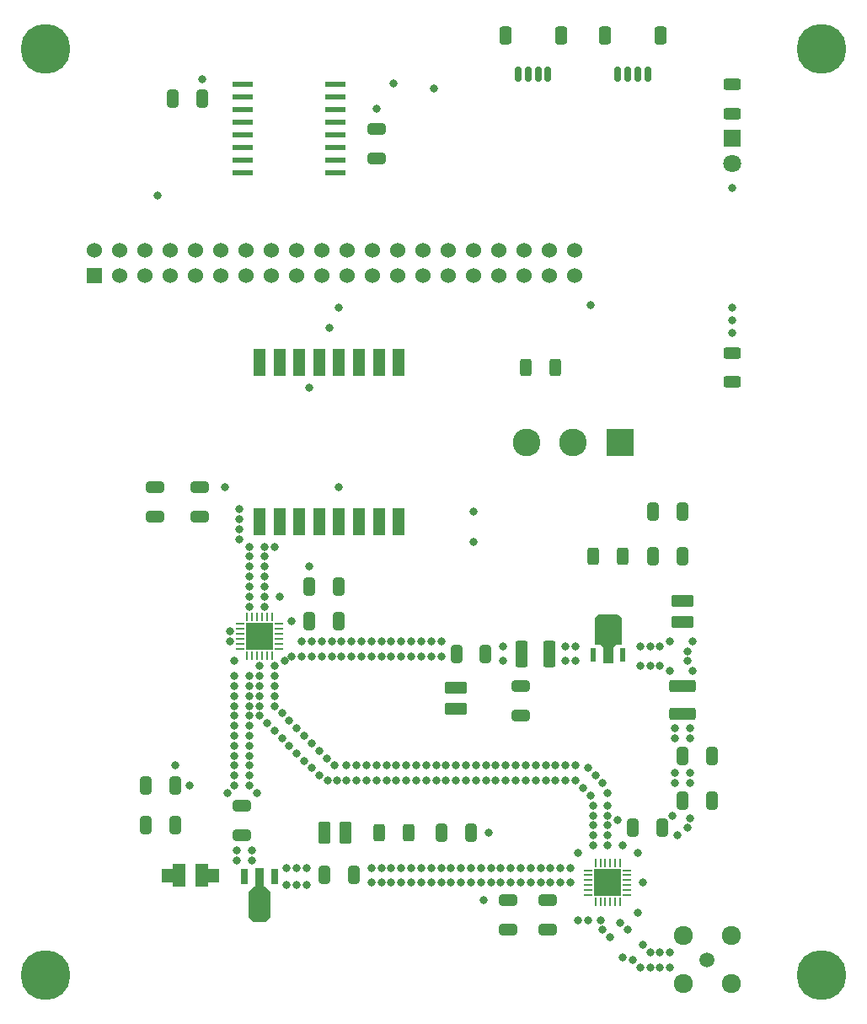
<source format=gts>
%TF.GenerationSoftware,KiCad,Pcbnew,(6.0.7)*%
%TF.CreationDate,2022-12-07T20:31:12-06:00*%
%TF.ProjectId,Narwal_v1,4e617277-616c-45f7-9631-2e6b69636164,1*%
%TF.SameCoordinates,Original*%
%TF.FileFunction,Soldermask,Top*%
%TF.FilePolarity,Negative*%
%FSLAX46Y46*%
G04 Gerber Fmt 4.6, Leading zero omitted, Abs format (unit mm)*
G04 Created by KiCad (PCBNEW (6.0.7)) date 2022-12-07 20:31:12*
%MOMM*%
%LPD*%
G01*
G04 APERTURE LIST*
G04 Aperture macros list*
%AMRoundRect*
0 Rectangle with rounded corners*
0 $1 Rounding radius*
0 $2 $3 $4 $5 $6 $7 $8 $9 X,Y pos of 4 corners*
0 Add a 4 corners polygon primitive as box body*
4,1,4,$2,$3,$4,$5,$6,$7,$8,$9,$2,$3,0*
0 Add four circle primitives for the rounded corners*
1,1,$1+$1,$2,$3*
1,1,$1+$1,$4,$5*
1,1,$1+$1,$6,$7*
1,1,$1+$1,$8,$9*
0 Add four rect primitives between the rounded corners*
20,1,$1+$1,$2,$3,$4,$5,0*
20,1,$1+$1,$4,$5,$6,$7,0*
20,1,$1+$1,$6,$7,$8,$9,0*
20,1,$1+$1,$8,$9,$2,$3,0*%
%AMFreePoly0*
4,1,11,0.965200,2.159000,0.965200,-0.254000,0.457200,-0.762000,0.457200,-2.667000,-0.457200,-2.667000,-0.457200,-0.762000,-0.965200,-0.254000,-0.965200,2.159000,-0.457200,2.667000,0.457200,2.667000,0.965200,2.159000,0.965200,2.159000,$1*%
G04 Aperture macros list end*
%ADD10C,0.010000*%
%ADD11C,1.800000*%
%ADD12R,1.800000X1.800000*%
%ADD13C,2.775000*%
%ADD14R,2.775000X2.775000*%
%ADD15RoundRect,0.250000X-0.625000X0.312500X-0.625000X-0.312500X0.625000X-0.312500X0.625000X0.312500X0*%
%ADD16RoundRect,0.250000X0.312500X0.625000X-0.312500X0.625000X-0.312500X-0.625000X0.312500X-0.625000X0*%
%ADD17C,5.000000*%
%ADD18RoundRect,0.250000X-0.850000X0.375000X-0.850000X-0.375000X0.850000X-0.375000X0.850000X0.375000X0*%
%ADD19RoundRect,0.250000X0.650000X-0.325000X0.650000X0.325000X-0.650000X0.325000X-0.650000X-0.325000X0*%
%ADD20RoundRect,0.250000X-0.375000X-1.075000X0.375000X-1.075000X0.375000X1.075000X-0.375000X1.075000X0*%
%ADD21R,2.700000X2.700000*%
%ADD22R,0.250000X0.850000*%
%ADD23R,0.850000X0.250000*%
%ADD24RoundRect,0.250000X-0.325000X-0.650000X0.325000X-0.650000X0.325000X0.650000X-0.325000X0.650000X0*%
%ADD25RoundRect,0.250000X0.350000X0.650000X-0.350000X0.650000X-0.350000X-0.650000X0.350000X-0.650000X0*%
%ADD26RoundRect,0.150000X0.150000X0.625000X-0.150000X0.625000X-0.150000X-0.625000X0.150000X-0.625000X0*%
%ADD27C,1.524000*%
%ADD28R,1.524000X1.524000*%
%ADD29RoundRect,0.250000X-0.650000X0.325000X-0.650000X-0.325000X0.650000X-0.325000X0.650000X0.325000X0*%
%ADD30R,0.610000X1.350000*%
%ADD31RoundRect,0.041300X-0.983700X-0.253700X0.983700X-0.253700X0.983700X0.253700X-0.983700X0.253700X0*%
%ADD32RoundRect,0.250000X0.325000X0.650000X-0.325000X0.650000X-0.325000X-0.650000X0.325000X-0.650000X0*%
%ADD33C,1.920000*%
%ADD34C,1.508000*%
%ADD35RoundRect,0.250000X-0.312500X-0.625000X0.312500X-0.625000X0.312500X0.625000X-0.312500X0.625000X0*%
%ADD36R,1.200000X2.800000*%
%ADD37RoundRect,0.250000X-1.075000X0.375000X-1.075000X-0.375000X1.075000X-0.375000X1.075000X0.375000X0*%
%ADD38RoundRect,0.250000X0.625000X-0.312500X0.625000X0.312500X-0.625000X0.312500X-0.625000X-0.312500X0*%
%ADD39RoundRect,0.250000X-0.375000X-0.850000X0.375000X-0.850000X0.375000X0.850000X-0.375000X0.850000X0*%
%ADD40R,0.711200X1.498600*%
%ADD41FreePoly0,180.000000*%
%ADD42C,0.800000*%
G04 APERTURE END LIST*
G36*
X119750000Y-135900000D02*
G01*
X120850000Y-135900000D01*
X120850000Y-137100000D01*
X119750000Y-137100000D01*
X119750000Y-137600000D01*
X118550000Y-137600000D01*
X118550000Y-135400000D01*
X119750000Y-135400000D01*
X119750000Y-135900000D01*
G37*
D10*
X119750000Y-135900000D02*
X120850000Y-135900000D01*
X120850000Y-137100000D01*
X119750000Y-137100000D01*
X119750000Y-137600000D01*
X118550000Y-137600000D01*
X118550000Y-135400000D01*
X119750000Y-135400000D01*
X119750000Y-135900000D01*
G36*
X117450000Y-137600000D02*
G01*
X116250000Y-137600000D01*
X116250000Y-137100000D01*
X115150000Y-137100000D01*
X115150000Y-135900000D01*
X116250000Y-135900000D01*
X116250000Y-135400000D01*
X117450000Y-135400000D01*
X117450000Y-137600000D01*
G37*
X117450000Y-137600000D02*
X116250000Y-137600000D01*
X116250000Y-137100000D01*
X115150000Y-137100000D01*
X115150000Y-135900000D01*
X116250000Y-135900000D01*
X116250000Y-135400000D01*
X117450000Y-135400000D01*
X117450000Y-137600000D01*
G36*
X161292500Y-110633830D02*
G01*
X161292500Y-113294000D01*
X160824269Y-113294000D01*
X160492500Y-113627330D01*
X160492500Y-115169000D01*
X159512500Y-115169000D01*
X159512500Y-113627330D01*
X159180731Y-113294000D01*
X158712500Y-113294000D01*
X158712500Y-110633830D01*
X159075131Y-110274000D01*
X160929869Y-110274000D01*
X161292500Y-110633830D01*
G37*
X161292500Y-110633830D02*
X161292500Y-113294000D01*
X160824269Y-113294000D01*
X160492500Y-113627330D01*
X160492500Y-115169000D01*
X159512500Y-115169000D01*
X159512500Y-113627330D01*
X159180731Y-113294000D01*
X158712500Y-113294000D01*
X158712500Y-110633830D01*
X159075131Y-110274000D01*
X160929869Y-110274000D01*
X161292500Y-110633830D01*
G36*
X126092200Y-138195200D02*
G01*
X126092200Y-140735200D01*
X125584200Y-141243200D01*
X124441200Y-141243200D01*
X123933200Y-140735200D01*
X123933200Y-138195200D01*
X124441200Y-137687200D01*
X125584200Y-137687200D01*
X126092200Y-138195200D01*
G37*
D11*
X172500000Y-65040000D03*
D12*
X172500000Y-62500000D03*
D13*
X156500000Y-93000000D03*
D14*
X161200000Y-93000000D03*
D13*
X151800000Y-93000000D03*
D15*
X172500000Y-86962500D03*
X172500000Y-84037500D03*
D16*
X154712500Y-85500000D03*
X151787500Y-85500000D03*
D17*
X103500000Y-146500000D03*
X181500000Y-146500000D03*
X181500000Y-53500000D03*
X103500000Y-53500000D03*
D18*
X144750000Y-119825000D03*
X144750000Y-117675000D03*
D19*
X123250000Y-129525000D03*
X123250000Y-132475000D03*
D16*
X158537500Y-104500000D03*
X161462500Y-104500000D03*
D20*
X154150000Y-114250000D03*
X151350000Y-114250000D03*
D21*
X160000000Y-137250000D03*
D22*
X161250000Y-139200000D03*
X160750000Y-139200000D03*
X160250000Y-139200000D03*
X159750000Y-139200000D03*
X159250000Y-139200000D03*
X158750000Y-139200000D03*
D23*
X158050000Y-138500000D03*
X158050000Y-138000000D03*
X158050000Y-137500000D03*
X158050000Y-137000000D03*
X158050000Y-136500000D03*
X158050000Y-136000000D03*
D22*
X158750000Y-135300000D03*
X159250000Y-135300000D03*
X159750000Y-135300000D03*
X160250000Y-135300000D03*
X160750000Y-135300000D03*
X161250000Y-135300000D03*
D23*
X161950000Y-136000000D03*
X161950000Y-136500000D03*
X161950000Y-137000000D03*
X161950000Y-137500000D03*
X161950000Y-138000000D03*
X161950000Y-138500000D03*
D24*
X170450000Y-124500000D03*
X167500000Y-124500000D03*
D25*
X165300000Y-52125000D03*
X159700000Y-52125000D03*
D26*
X161000000Y-56000000D03*
X162000000Y-56000000D03*
X163000000Y-56000000D03*
X164000000Y-56000000D03*
D18*
X167500000Y-111075000D03*
X167500000Y-108925000D03*
D27*
X156630000Y-73730000D03*
X156630000Y-76270000D03*
X154090000Y-73730000D03*
X154090000Y-76270000D03*
X151550000Y-73730000D03*
X151550000Y-76270000D03*
X149010000Y-73730000D03*
X149010000Y-76270000D03*
X146470000Y-73730000D03*
X146470000Y-76270000D03*
X143930000Y-73730000D03*
X143930000Y-76270000D03*
X141390000Y-73730000D03*
X141390000Y-76270000D03*
X138850000Y-73730000D03*
X138850000Y-76270000D03*
X136310000Y-73730000D03*
X136310000Y-76270000D03*
X133770000Y-73730000D03*
X133770000Y-76270000D03*
X131230000Y-73730000D03*
X131230000Y-76270000D03*
X128690000Y-73730000D03*
X128690000Y-76270000D03*
X126150000Y-73730000D03*
X126150000Y-76270000D03*
X123610000Y-73730000D03*
X123610000Y-76270000D03*
X121070000Y-73730000D03*
X121070000Y-76270000D03*
X118530000Y-73730000D03*
X118530000Y-76270000D03*
X115990000Y-73730000D03*
X115990000Y-76270000D03*
X113450000Y-73730000D03*
X113450000Y-76270000D03*
X110910000Y-73730000D03*
X110910000Y-76270000D03*
X108370000Y-73730000D03*
D28*
X108370000Y-76270000D03*
D29*
X154000000Y-141950000D03*
X154000000Y-139000000D03*
D30*
X161497500Y-114394000D03*
X158507500Y-114394000D03*
D29*
X150000000Y-141950000D03*
X150000000Y-139000000D03*
D24*
X132975000Y-107500000D03*
X130025000Y-107500000D03*
D19*
X119000000Y-97525000D03*
X119000000Y-100475000D03*
D24*
X132975000Y-111000000D03*
X130025000Y-111000000D03*
X119225000Y-58500000D03*
X116275000Y-58500000D03*
D31*
X132655000Y-57055000D03*
X132655000Y-58325000D03*
X132655000Y-59595000D03*
X132655000Y-60865000D03*
X132655000Y-62135000D03*
X132655000Y-63405000D03*
X132655000Y-64675000D03*
X132655000Y-65945000D03*
X123345000Y-65945000D03*
X123345000Y-64675000D03*
X123345000Y-63405000D03*
X123345000Y-62135000D03*
X123345000Y-60865000D03*
X123345000Y-59595000D03*
X123345000Y-58325000D03*
X123345000Y-57055000D03*
D24*
X146225000Y-132250000D03*
X143275000Y-132250000D03*
X147725000Y-114250000D03*
X144775000Y-114250000D03*
D29*
X136775000Y-64475000D03*
X136775000Y-61525000D03*
D32*
X131500000Y-136500000D03*
X134450000Y-136500000D03*
X113550000Y-127500000D03*
X116500000Y-127500000D03*
X164550000Y-100000000D03*
X167500000Y-100000000D03*
D33*
X172400000Y-142600000D03*
X172400000Y-147400000D03*
X167600000Y-147400000D03*
X167600000Y-142600000D03*
D34*
X170000000Y-145000000D03*
D35*
X139962500Y-132250000D03*
X137037500Y-132250000D03*
D19*
X114500000Y-97525000D03*
X114500000Y-100475000D03*
D36*
X139000000Y-101000000D03*
X137000000Y-101000000D03*
X135000000Y-101000000D03*
X133000000Y-101000000D03*
X131000000Y-101000000D03*
X129000000Y-101000000D03*
X127000000Y-101000000D03*
X125000000Y-101000000D03*
X125000000Y-85000000D03*
X127000000Y-85000000D03*
X129000000Y-85000000D03*
X131000000Y-85000000D03*
X133000000Y-85000000D03*
X135000000Y-85000000D03*
X137000000Y-85000000D03*
X139000000Y-85000000D03*
D37*
X167500000Y-120300000D03*
X167500000Y-117500000D03*
D32*
X162525000Y-131750000D03*
X165475000Y-131750000D03*
D38*
X172500000Y-57075000D03*
X172500000Y-60000000D03*
D39*
X133650000Y-132250000D03*
X131500000Y-132250000D03*
D29*
X151250000Y-120475000D03*
X151250000Y-117525000D03*
D32*
X113550000Y-131500000D03*
X116500000Y-131500000D03*
X164550000Y-104500000D03*
X167500000Y-104500000D03*
D21*
X125000000Y-112500000D03*
D22*
X123750000Y-110550000D03*
X124250000Y-110550000D03*
X124750000Y-110550000D03*
X125250000Y-110550000D03*
X125750000Y-110550000D03*
X126250000Y-110550000D03*
D23*
X126950000Y-111250000D03*
X126950000Y-111750000D03*
X126950000Y-112250000D03*
X126950000Y-112750000D03*
X126950000Y-113250000D03*
X126950000Y-113750000D03*
D22*
X126250000Y-114450000D03*
X125750000Y-114450000D03*
X125250000Y-114450000D03*
X124750000Y-114450000D03*
X124250000Y-114450000D03*
X123750000Y-114450000D03*
D23*
X123050000Y-113750000D03*
X123050000Y-113250000D03*
X123050000Y-112750000D03*
X123050000Y-112250000D03*
X123050000Y-111750000D03*
X123050000Y-111250000D03*
D24*
X170450000Y-129000000D03*
X167500000Y-129000000D03*
D40*
X123501400Y-136595000D03*
D41*
X125000000Y-138500000D03*
D40*
X126498600Y-136595000D03*
D25*
X149700000Y-52125000D03*
X155300000Y-52125000D03*
D26*
X151000000Y-56000000D03*
X152000000Y-56000000D03*
X153000000Y-56000000D03*
X154000000Y-56000000D03*
D42*
X172500000Y-79500000D03*
X172500000Y-80750000D03*
X172500000Y-82000000D03*
X146500000Y-100000000D03*
X146500000Y-103000000D03*
X128250000Y-111000000D03*
X158250000Y-79250000D03*
X157000000Y-141000000D03*
X141250000Y-135750000D03*
X128000000Y-121000000D03*
X125500000Y-104500000D03*
X124000000Y-106500000D03*
X158500000Y-131500000D03*
X160000000Y-137250000D03*
X163500000Y-137250000D03*
X126500000Y-117500000D03*
X159500000Y-127250000D03*
X134250000Y-113000000D03*
X164250000Y-145750000D03*
X140250000Y-137250000D03*
X166250000Y-144250000D03*
X168500000Y-113000000D03*
X130250000Y-125750000D03*
X131250000Y-114500000D03*
X168250000Y-130750000D03*
X122000000Y-113000000D03*
X148000000Y-132250000D03*
X159500000Y-112000000D03*
X148750000Y-127000000D03*
X167000000Y-132500000D03*
X159250000Y-141000000D03*
X124000000Y-109500000D03*
X139250000Y-113000000D03*
X124000000Y-108500000D03*
X154250000Y-137250000D03*
X136750000Y-125500000D03*
X152750000Y-125500000D03*
X137250000Y-113000000D03*
X123000000Y-99750000D03*
X154750000Y-125500000D03*
X155750000Y-115000000D03*
X149500000Y-115000000D03*
X134750000Y-127000000D03*
X165250000Y-145750000D03*
X147750000Y-127000000D03*
X160000000Y-129500000D03*
X166750000Y-126250000D03*
X159500000Y-111000000D03*
X155750000Y-127000000D03*
X122500000Y-119500000D03*
X161250000Y-141250000D03*
X156750000Y-115000000D03*
X124000000Y-125500000D03*
X125000000Y-112500000D03*
X123000000Y-100750000D03*
X150250000Y-135750000D03*
X146250000Y-135750000D03*
X126500000Y-116500000D03*
X147750000Y-125500000D03*
X123000000Y-101750000D03*
X129250000Y-114500000D03*
X168500000Y-116000000D03*
X125000000Y-115500000D03*
X147250000Y-137250000D03*
X138750000Y-127000000D03*
X153750000Y-127000000D03*
X125500000Y-109500000D03*
X142250000Y-135750000D03*
X129250000Y-113000000D03*
X145250000Y-135750000D03*
X127750000Y-135750000D03*
X149500000Y-113500000D03*
X163000000Y-134250000D03*
X128750000Y-137500000D03*
X125500000Y-139250000D03*
X130250000Y-113000000D03*
X141250000Y-113000000D03*
X148750000Y-125500000D03*
X165250000Y-144250000D03*
X127250000Y-120250000D03*
X125750000Y-111750000D03*
X122500000Y-124500000D03*
X121750000Y-128250000D03*
X148250000Y-137250000D03*
X124500000Y-140250000D03*
X144750000Y-127000000D03*
X151750000Y-125500000D03*
X125000000Y-116500000D03*
X124000000Y-116500000D03*
X150750000Y-127000000D03*
X124000000Y-121500000D03*
X128750000Y-135750000D03*
X153750000Y-125500000D03*
X124000000Y-123500000D03*
X161000000Y-131000000D03*
X124000000Y-105500000D03*
X154250000Y-135750000D03*
X153250000Y-135750000D03*
X136250000Y-113000000D03*
X164250000Y-115500000D03*
X148250000Y-135750000D03*
X158750000Y-126500000D03*
X141750000Y-125500000D03*
X166250000Y-116000000D03*
X142250000Y-113000000D03*
X166750000Y-127250000D03*
X122500000Y-126500000D03*
X124000000Y-126500000D03*
X124250000Y-134000000D03*
X149250000Y-137250000D03*
X160250000Y-142750000D03*
X137750000Y-127000000D03*
X128000000Y-123500000D03*
X168000000Y-114000000D03*
X140250000Y-135750000D03*
X142750000Y-125500000D03*
X156750000Y-125500000D03*
X163500000Y-143500000D03*
X136750000Y-127000000D03*
X127250000Y-122750000D03*
X156250000Y-137250000D03*
X163250000Y-145750000D03*
X135250000Y-113000000D03*
X122750000Y-134000000D03*
X168250000Y-122750000D03*
X132250000Y-114500000D03*
X153250000Y-137250000D03*
X156750000Y-113500000D03*
X156250000Y-135750000D03*
X124000000Y-120500000D03*
X163000000Y-140250000D03*
X122500000Y-115000000D03*
X147250000Y-135750000D03*
X151250000Y-137250000D03*
X146250000Y-137250000D03*
X168250000Y-126250000D03*
X122750000Y-135000000D03*
X158000000Y-125750000D03*
X136250000Y-137250000D03*
X141250000Y-137250000D03*
X122500000Y-125500000D03*
X125000000Y-120500000D03*
X140750000Y-125500000D03*
X139250000Y-114500000D03*
X127500000Y-115000000D03*
X143250000Y-114500000D03*
X143250000Y-135750000D03*
X135250000Y-114500000D03*
X145750000Y-125500000D03*
X125000000Y-138250000D03*
X144250000Y-137250000D03*
X137250000Y-114500000D03*
X162500000Y-145000000D03*
X152250000Y-135750000D03*
X158500000Y-129500000D03*
X158250000Y-128500000D03*
X125500000Y-105500000D03*
X163250000Y-115500000D03*
X123000000Y-102750000D03*
X138250000Y-114500000D03*
X160000000Y-128250000D03*
X161500000Y-144750000D03*
X125000000Y-119500000D03*
X125750000Y-113250000D03*
X159250000Y-136500000D03*
X166750000Y-121750000D03*
X140250000Y-114500000D03*
X126500000Y-119500000D03*
X135750000Y-125500000D03*
X125500000Y-108500000D03*
X165250000Y-113500000D03*
X145250000Y-137250000D03*
X132500000Y-125500000D03*
X124000000Y-104500000D03*
X134750000Y-125500000D03*
X125750000Y-121250000D03*
X157500000Y-127750000D03*
X125500000Y-140250000D03*
X131750000Y-124750000D03*
X160000000Y-131500000D03*
X145750000Y-127000000D03*
X142250000Y-114500000D03*
X160500000Y-111000000D03*
X166250000Y-113000000D03*
X168250000Y-121750000D03*
X155750000Y-113500000D03*
X143250000Y-137250000D03*
X126500000Y-118500000D03*
X132825000Y-127000000D03*
X138250000Y-137250000D03*
X155250000Y-137250000D03*
X125500000Y-107500000D03*
X164250000Y-144250000D03*
X124000000Y-124500000D03*
X128250000Y-114500000D03*
X122500000Y-120500000D03*
X151250000Y-135750000D03*
X122500000Y-122500000D03*
X158500000Y-130500000D03*
X124000000Y-107500000D03*
X155750000Y-125500000D03*
X140750000Y-127000000D03*
X124750000Y-128250000D03*
X157000000Y-134250000D03*
X146750000Y-127000000D03*
X134250000Y-114500000D03*
X122500000Y-127500000D03*
X124000000Y-127500000D03*
X137250000Y-135750000D03*
X160000000Y-113000000D03*
X131900000Y-127000000D03*
X130250000Y-114500000D03*
X168000000Y-115000000D03*
X128750000Y-121750000D03*
X131250000Y-113000000D03*
X133750000Y-125500000D03*
X133250000Y-113000000D03*
X142750000Y-127000000D03*
X122500000Y-116500000D03*
X146750000Y-125500000D03*
X122000000Y-112000000D03*
X144250000Y-135750000D03*
X126500000Y-122000000D03*
X137750000Y-125500000D03*
X122500000Y-118500000D03*
X159500000Y-142000000D03*
X136250000Y-114500000D03*
X152250000Y-137250000D03*
X126500000Y-103500000D03*
X126500000Y-115500000D03*
X129750000Y-135750000D03*
X124000000Y-117500000D03*
X129750000Y-137500000D03*
X122500000Y-121500000D03*
X124000000Y-118500000D03*
X165250000Y-115500000D03*
X141750000Y-127000000D03*
X130250000Y-123250000D03*
X149750000Y-127000000D03*
X125500000Y-106500000D03*
X129500000Y-125000000D03*
X158500000Y-132500000D03*
X159250000Y-138000000D03*
X133750000Y-127000000D03*
X122500000Y-123500000D03*
X127750000Y-137500000D03*
X161500000Y-133500000D03*
X151750000Y-127000000D03*
X168000000Y-131750000D03*
X124000000Y-122500000D03*
X139250000Y-135750000D03*
X160750000Y-138000000D03*
X140250000Y-113000000D03*
X160750000Y-136500000D03*
X131000000Y-124000000D03*
X162000000Y-142000000D03*
X164250000Y-113500000D03*
X135750000Y-127000000D03*
X139750000Y-127000000D03*
X163250000Y-113500000D03*
X128750000Y-124250000D03*
X138750000Y-125500000D03*
X143250000Y-113000000D03*
X155250000Y-135750000D03*
X158500000Y-133500000D03*
X139250000Y-137250000D03*
X149250000Y-135750000D03*
X143750000Y-127000000D03*
X124250000Y-113250000D03*
X125000000Y-117500000D03*
X152750000Y-127000000D03*
X166750000Y-122750000D03*
X166500000Y-130500000D03*
X160500000Y-112000000D03*
X166250000Y-145750000D03*
X133250000Y-114500000D03*
X132250000Y-113000000D03*
X124250000Y-111750000D03*
X124000000Y-119500000D03*
X168250000Y-127250000D03*
X149750000Y-125500000D03*
X143750000Y-125500000D03*
X156750000Y-127000000D03*
X124000000Y-103500000D03*
X150750000Y-125500000D03*
X125500000Y-103500000D03*
X154750000Y-127000000D03*
X142250000Y-137250000D03*
X141250000Y-114500000D03*
X136250000Y-135750000D03*
X139750000Y-125500000D03*
X160000000Y-132500000D03*
X125000000Y-118500000D03*
X160000000Y-133500000D03*
X137250000Y-137250000D03*
X144750000Y-125500000D03*
X129500000Y-122500000D03*
X150250000Y-137250000D03*
X138250000Y-113000000D03*
X160000000Y-130500000D03*
X131000000Y-126500000D03*
X124250000Y-135000000D03*
X138250000Y-135750000D03*
X124500000Y-139250000D03*
X122500000Y-117500000D03*
X127000000Y-108500000D03*
X158000000Y-141000000D03*
X133000000Y-97500000D03*
X121500000Y-97500000D03*
X119250000Y-56500000D03*
X116500000Y-125500000D03*
X130000000Y-105500000D03*
X118000000Y-127500000D03*
X172500000Y-67500000D03*
X147500000Y-139000000D03*
X142500000Y-57500000D03*
X138500000Y-57000000D03*
X114750000Y-68250000D03*
X133000000Y-79500000D03*
X132000000Y-81500000D03*
X136775000Y-59500000D03*
X130000000Y-87500000D03*
M02*

</source>
